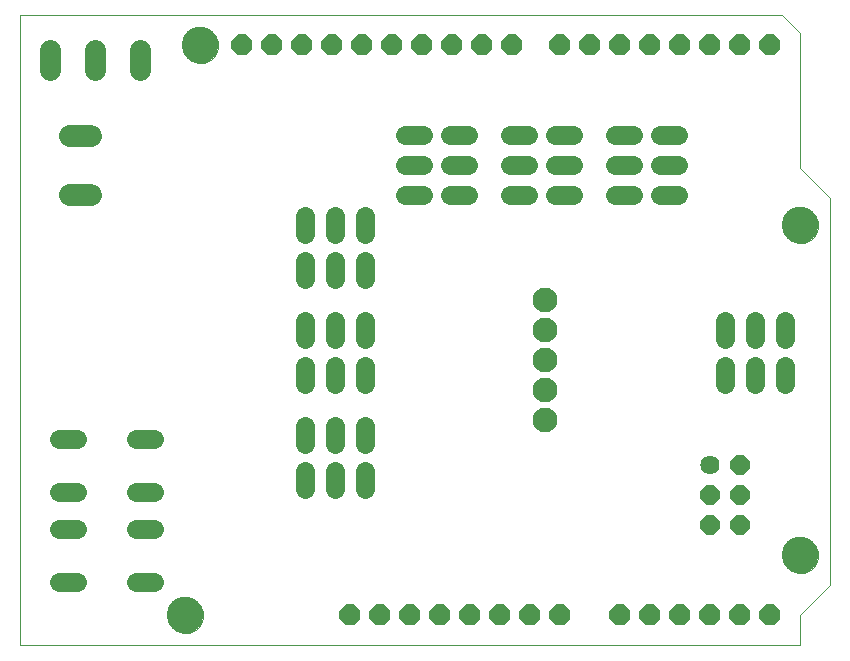
<source format=gbs>
G75*
G70*
%OFA0B0*%
%FSLAX24Y24*%
%IPPOS*%
%LPD*%
%AMOC8*
5,1,8,0,0,1.08239X$1,22.5*
%
%ADD10C,0.0000*%
%ADD11C,0.1221*%
%ADD12C,0.0640*%
%ADD13OC8,0.0700*%
%ADD14C,0.0700*%
%ADD15C,0.0827*%
%ADD16C,0.0640*%
%ADD17OC8,0.0640*%
%ADD18C,0.0745*%
D10*
X000500Y000500D02*
X000500Y021500D01*
X025900Y021500D01*
X026500Y020900D01*
X026500Y016400D01*
X027500Y015400D01*
X027500Y002500D01*
X026500Y001500D01*
X026500Y000500D01*
X000500Y000500D01*
X005409Y001500D02*
X005411Y001548D01*
X005417Y001596D01*
X005427Y001643D01*
X005440Y001689D01*
X005458Y001734D01*
X005478Y001778D01*
X005503Y001820D01*
X005531Y001859D01*
X005561Y001896D01*
X005595Y001930D01*
X005632Y001962D01*
X005670Y001991D01*
X005711Y002016D01*
X005754Y002038D01*
X005799Y002056D01*
X005845Y002070D01*
X005892Y002081D01*
X005940Y002088D01*
X005988Y002091D01*
X006036Y002090D01*
X006084Y002085D01*
X006132Y002076D01*
X006178Y002064D01*
X006223Y002047D01*
X006267Y002027D01*
X006309Y002004D01*
X006349Y001977D01*
X006387Y001947D01*
X006422Y001914D01*
X006454Y001878D01*
X006484Y001840D01*
X006510Y001799D01*
X006532Y001756D01*
X006552Y001712D01*
X006567Y001667D01*
X006579Y001620D01*
X006587Y001572D01*
X006591Y001524D01*
X006591Y001476D01*
X006587Y001428D01*
X006579Y001380D01*
X006567Y001333D01*
X006552Y001288D01*
X006532Y001244D01*
X006510Y001201D01*
X006484Y001160D01*
X006454Y001122D01*
X006422Y001086D01*
X006387Y001053D01*
X006349Y001023D01*
X006309Y000996D01*
X006267Y000973D01*
X006223Y000953D01*
X006178Y000936D01*
X006132Y000924D01*
X006084Y000915D01*
X006036Y000910D01*
X005988Y000909D01*
X005940Y000912D01*
X005892Y000919D01*
X005845Y000930D01*
X005799Y000944D01*
X005754Y000962D01*
X005711Y000984D01*
X005670Y001009D01*
X005632Y001038D01*
X005595Y001070D01*
X005561Y001104D01*
X005531Y001141D01*
X005503Y001180D01*
X005478Y001222D01*
X005458Y001266D01*
X005440Y001311D01*
X005427Y001357D01*
X005417Y001404D01*
X005411Y001452D01*
X005409Y001500D01*
X025909Y003500D02*
X025911Y003548D01*
X025917Y003596D01*
X025927Y003643D01*
X025940Y003689D01*
X025958Y003734D01*
X025978Y003778D01*
X026003Y003820D01*
X026031Y003859D01*
X026061Y003896D01*
X026095Y003930D01*
X026132Y003962D01*
X026170Y003991D01*
X026211Y004016D01*
X026254Y004038D01*
X026299Y004056D01*
X026345Y004070D01*
X026392Y004081D01*
X026440Y004088D01*
X026488Y004091D01*
X026536Y004090D01*
X026584Y004085D01*
X026632Y004076D01*
X026678Y004064D01*
X026723Y004047D01*
X026767Y004027D01*
X026809Y004004D01*
X026849Y003977D01*
X026887Y003947D01*
X026922Y003914D01*
X026954Y003878D01*
X026984Y003840D01*
X027010Y003799D01*
X027032Y003756D01*
X027052Y003712D01*
X027067Y003667D01*
X027079Y003620D01*
X027087Y003572D01*
X027091Y003524D01*
X027091Y003476D01*
X027087Y003428D01*
X027079Y003380D01*
X027067Y003333D01*
X027052Y003288D01*
X027032Y003244D01*
X027010Y003201D01*
X026984Y003160D01*
X026954Y003122D01*
X026922Y003086D01*
X026887Y003053D01*
X026849Y003023D01*
X026809Y002996D01*
X026767Y002973D01*
X026723Y002953D01*
X026678Y002936D01*
X026632Y002924D01*
X026584Y002915D01*
X026536Y002910D01*
X026488Y002909D01*
X026440Y002912D01*
X026392Y002919D01*
X026345Y002930D01*
X026299Y002944D01*
X026254Y002962D01*
X026211Y002984D01*
X026170Y003009D01*
X026132Y003038D01*
X026095Y003070D01*
X026061Y003104D01*
X026031Y003141D01*
X026003Y003180D01*
X025978Y003222D01*
X025958Y003266D01*
X025940Y003311D01*
X025927Y003357D01*
X025917Y003404D01*
X025911Y003452D01*
X025909Y003500D01*
X025909Y014500D02*
X025911Y014548D01*
X025917Y014596D01*
X025927Y014643D01*
X025940Y014689D01*
X025958Y014734D01*
X025978Y014778D01*
X026003Y014820D01*
X026031Y014859D01*
X026061Y014896D01*
X026095Y014930D01*
X026132Y014962D01*
X026170Y014991D01*
X026211Y015016D01*
X026254Y015038D01*
X026299Y015056D01*
X026345Y015070D01*
X026392Y015081D01*
X026440Y015088D01*
X026488Y015091D01*
X026536Y015090D01*
X026584Y015085D01*
X026632Y015076D01*
X026678Y015064D01*
X026723Y015047D01*
X026767Y015027D01*
X026809Y015004D01*
X026849Y014977D01*
X026887Y014947D01*
X026922Y014914D01*
X026954Y014878D01*
X026984Y014840D01*
X027010Y014799D01*
X027032Y014756D01*
X027052Y014712D01*
X027067Y014667D01*
X027079Y014620D01*
X027087Y014572D01*
X027091Y014524D01*
X027091Y014476D01*
X027087Y014428D01*
X027079Y014380D01*
X027067Y014333D01*
X027052Y014288D01*
X027032Y014244D01*
X027010Y014201D01*
X026984Y014160D01*
X026954Y014122D01*
X026922Y014086D01*
X026887Y014053D01*
X026849Y014023D01*
X026809Y013996D01*
X026767Y013973D01*
X026723Y013953D01*
X026678Y013936D01*
X026632Y013924D01*
X026584Y013915D01*
X026536Y013910D01*
X026488Y013909D01*
X026440Y013912D01*
X026392Y013919D01*
X026345Y013930D01*
X026299Y013944D01*
X026254Y013962D01*
X026211Y013984D01*
X026170Y014009D01*
X026132Y014038D01*
X026095Y014070D01*
X026061Y014104D01*
X026031Y014141D01*
X026003Y014180D01*
X025978Y014222D01*
X025958Y014266D01*
X025940Y014311D01*
X025927Y014357D01*
X025917Y014404D01*
X025911Y014452D01*
X025909Y014500D01*
X005909Y020500D02*
X005911Y020548D01*
X005917Y020596D01*
X005927Y020643D01*
X005940Y020689D01*
X005958Y020734D01*
X005978Y020778D01*
X006003Y020820D01*
X006031Y020859D01*
X006061Y020896D01*
X006095Y020930D01*
X006132Y020962D01*
X006170Y020991D01*
X006211Y021016D01*
X006254Y021038D01*
X006299Y021056D01*
X006345Y021070D01*
X006392Y021081D01*
X006440Y021088D01*
X006488Y021091D01*
X006536Y021090D01*
X006584Y021085D01*
X006632Y021076D01*
X006678Y021064D01*
X006723Y021047D01*
X006767Y021027D01*
X006809Y021004D01*
X006849Y020977D01*
X006887Y020947D01*
X006922Y020914D01*
X006954Y020878D01*
X006984Y020840D01*
X007010Y020799D01*
X007032Y020756D01*
X007052Y020712D01*
X007067Y020667D01*
X007079Y020620D01*
X007087Y020572D01*
X007091Y020524D01*
X007091Y020476D01*
X007087Y020428D01*
X007079Y020380D01*
X007067Y020333D01*
X007052Y020288D01*
X007032Y020244D01*
X007010Y020201D01*
X006984Y020160D01*
X006954Y020122D01*
X006922Y020086D01*
X006887Y020053D01*
X006849Y020023D01*
X006809Y019996D01*
X006767Y019973D01*
X006723Y019953D01*
X006678Y019936D01*
X006632Y019924D01*
X006584Y019915D01*
X006536Y019910D01*
X006488Y019909D01*
X006440Y019912D01*
X006392Y019919D01*
X006345Y019930D01*
X006299Y019944D01*
X006254Y019962D01*
X006211Y019984D01*
X006170Y020009D01*
X006132Y020038D01*
X006095Y020070D01*
X006061Y020104D01*
X006031Y020141D01*
X006003Y020180D01*
X005978Y020222D01*
X005958Y020266D01*
X005940Y020311D01*
X005927Y020357D01*
X005917Y020404D01*
X005911Y020452D01*
X005909Y020500D01*
D11*
X006500Y020500D03*
X026500Y014500D03*
X026500Y003500D03*
X006000Y001500D03*
D12*
X004955Y002610D02*
X004355Y002610D01*
X002395Y002610D02*
X001795Y002610D01*
X001795Y004390D02*
X002395Y004390D01*
X002395Y005610D02*
X001795Y005610D01*
X001795Y007390D02*
X002395Y007390D01*
X004355Y007390D02*
X004955Y007390D01*
X004955Y005610D02*
X004355Y005610D01*
X004355Y004390D02*
X004955Y004390D01*
X010000Y005700D02*
X010000Y006300D01*
X011000Y006300D02*
X011000Y005700D01*
X012000Y005700D02*
X012000Y006300D01*
X012000Y007200D02*
X012000Y007800D01*
X011000Y007800D02*
X011000Y007200D01*
X010000Y007200D02*
X010000Y007800D01*
X010000Y009200D02*
X010000Y009800D01*
X011000Y009800D02*
X011000Y009200D01*
X012000Y009200D02*
X012000Y009800D01*
X012000Y010700D02*
X012000Y011300D01*
X011000Y011300D02*
X011000Y010700D01*
X010000Y010700D02*
X010000Y011300D01*
X010000Y012700D02*
X010000Y013300D01*
X011000Y013300D02*
X011000Y012700D01*
X012000Y012700D02*
X012000Y013300D01*
X012000Y014200D02*
X012000Y014800D01*
X011000Y014800D02*
X011000Y014200D01*
X010000Y014200D02*
X010000Y014800D01*
X013325Y015500D02*
X013925Y015500D01*
X014825Y015500D02*
X015425Y015500D01*
X015425Y016500D02*
X014825Y016500D01*
X013925Y016500D02*
X013325Y016500D01*
X013325Y017500D02*
X013925Y017500D01*
X014825Y017500D02*
X015425Y017500D01*
X016825Y017500D02*
X017425Y017500D01*
X018325Y017500D02*
X018925Y017500D01*
X018925Y016500D02*
X018325Y016500D01*
X017425Y016500D02*
X016825Y016500D01*
X016825Y015500D02*
X017425Y015500D01*
X018325Y015500D02*
X018925Y015500D01*
X020325Y015500D02*
X020925Y015500D01*
X021825Y015500D02*
X022425Y015500D01*
X022425Y016500D02*
X021825Y016500D01*
X020925Y016500D02*
X020325Y016500D01*
X020325Y017500D02*
X020925Y017500D01*
X021825Y017500D02*
X022425Y017500D01*
X024000Y011300D02*
X024000Y010700D01*
X024000Y009800D02*
X024000Y009200D01*
X025000Y009200D02*
X025000Y009800D01*
X025000Y010700D02*
X025000Y011300D01*
X026000Y011300D02*
X026000Y010700D01*
X026000Y009800D02*
X026000Y009200D01*
D13*
X025500Y001500D03*
X024500Y001500D03*
X023500Y001500D03*
X022500Y001500D03*
X021500Y001500D03*
X020500Y001500D03*
X018500Y001500D03*
X017500Y001500D03*
X016500Y001500D03*
X015500Y001500D03*
X014500Y001500D03*
X013500Y001500D03*
X012500Y001500D03*
X011500Y001500D03*
X011900Y020500D03*
X012900Y020500D03*
X013900Y020500D03*
X014900Y020500D03*
X015900Y020500D03*
X016900Y020500D03*
X018500Y020500D03*
X019500Y020500D03*
X020500Y020500D03*
X021500Y020500D03*
X022500Y020500D03*
X023500Y020500D03*
X024500Y020500D03*
X025500Y020500D03*
X010900Y020500D03*
X009900Y020500D03*
X008900Y020500D03*
X007900Y020500D03*
D14*
X004500Y020330D02*
X004500Y019670D01*
X003000Y019670D02*
X003000Y020330D01*
X001500Y020330D02*
X001500Y019670D01*
D15*
X018000Y012000D03*
X018000Y011000D03*
X018000Y010000D03*
X018000Y009000D03*
X018000Y008000D03*
D16*
X023500Y006500D03*
D17*
X024500Y006500D03*
X024500Y005500D03*
X023500Y005500D03*
X023500Y004500D03*
X024500Y004500D03*
D18*
X002853Y015516D02*
X002148Y015516D01*
X002148Y017484D02*
X002853Y017484D01*
M02*

</source>
